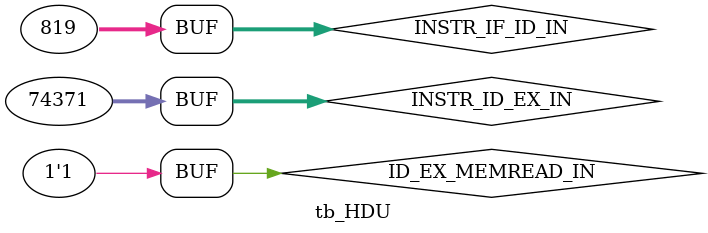
<source format=v>
`timescale 10 ns/ 1 ns

module tb_HDU();

	reg ID_EX_MEMREAD_IN = 1'b0;
	reg [31:0] INSTR_IF_ID_IN = 32'b11111111110000010000000100010011;
    reg [31:0] INSTR_ID_EX_IN = 32'b00000000101000000000001010010011;
    wire IF_ID_EN_OUT;
	wire PC_EN_OUT;
	wire CTRL_BUBBLE_OUT;

    HDU     DUT(.INSTR_IF_ID_IN(INSTR_IF_ID_IN),
                .INSTR_ID_EX_IN(INSTR_ID_EX_IN),
                .ID_EX_MEMREAD_IN(ID_EX_MEMREAD_IN),
                .IF_ID_EN_OUT(IF_ID_EN_OUT),
                .PC_EN_OUT(PC_EN_OUT),
                .CTRL_BUBBLE_OUT(CTRL_BUBBLE_OUT));
    initial 
    begin 
	#10 ID_EX_MEMREAD_IN = 1'b0;
        INSTR_IF_ID_IN = 32'b00000000010100010010000000100011;
        INSTR_ID_EX_IN = 32'b11111111110000010000000100010011;
	#20 ID_EX_MEMREAD_IN = 1'b0;
        INSTR_IF_ID_IN = 32'b00000000010100101000001100110011;
        INSTR_ID_EX_IN = 32'b00000000010100010010000000100011;
    #30 ID_EX_MEMREAD_IN = 1'b0;
        INSTR_IF_ID_IN = 32'b00000000000000010010001010000011;
        INSTR_ID_EX_IN = 32'b00000000010100101000001100110011; 
    #40 ID_EX_MEMREAD_IN = 1'b1;
        INSTR_IF_ID_IN = 32'b00000000000000101000001100110011;
        INSTR_ID_EX_IN = 32'b00000000000000010010001010000011;
    #50 ID_EX_MEMREAD_IN = 1'b1;
        INSTR_IF_ID_IN = 32'b00000000000000000000001100110011;
        INSTR_ID_EX_IN = 32'b00000000000000010010001010000011;            
	end
            

    
endmodule

</source>
